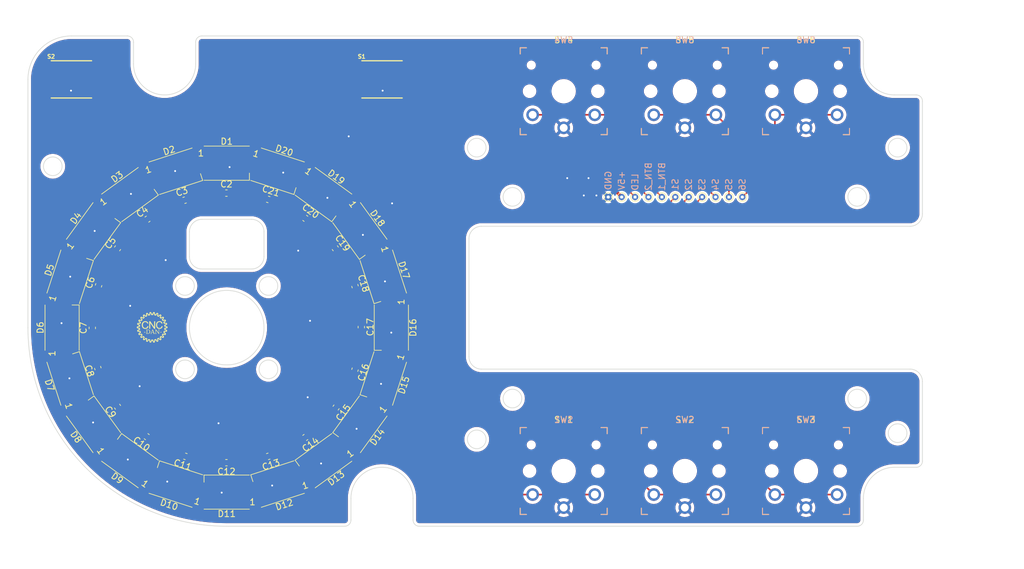
<source format=kicad_pcb>
(kicad_pcb (version 20240108) (generator "pcbnew") (generator_version "8.0")
  (layers (0 "F.Cu" signal) (31 "B.Cu" signal) (34 "B.Paste" user) (35 "F.Paste" user) (36 "B.SilkS" user "B.Silkscreen") (37 "F.SilkS" user "F.Silkscreen") (38 "B.Mask" user) (39 "F.Mask" user) (44 "Edge.Cuts" user))
  (net 0 "")
  (net 1 "+5V")
  (net 2 "GND")
  (net 3 "Net-(D1-DOUT)")
  (net 4 "Net-(D2-DOUT)")
  (net 5 "Net-(D3-DOUT)")
  (net 6 "Net-(D4-DOUT)")
  (net 7 "Net-(D10-DIN)")
  (net 8 "Net-(D10-DOUT)")
  (net 9 "Net-(D11-DOUT)")
  (net 10 "Net-(D12-DOUT)")
  (net 11 "Net-(D13-DOUT)")
  (net 12 "Net-(D14-DOUT)")
  (net 13 "Net-(D15-DOUT)")
  (net 14 "Net-(D5-DOUT)")
  (net 15 "Net-(D6-DOUT)")
  (net 16 "Net-(D7-DOUT)")
  (net 17 "Net-(D8-DOUT)")
  (net 18 "Net-(D16-DOUT)")
  (net 19 "Net-(D17-DOUT)")
  (net 20 "Net-(D18-DOUT)")
  (net 21 "Net-(D19-DOUT)")
  (net 23 "/Switch 1")
  (net 24 "/Switch 2")
  (net 25 "/Switch 3")
  (net 26 "/Switch 4")
  (net 27 "/Switch 5")
  (net 28 "/Switch 6")
  (net 29 "/LED_IN")
  (net 30 "/Button 1")
  (net 31 "/Button 2")
  (footprint "Capacitor_SMD:C_0603_1608Metric" (layer "F.Cu") (at 116.713 86.741 36)
    (property "Reference" "C4")
    (property "Value" "0.1uF")
  )
  (footprint "TestPoint:TestPoint_THTPad_D1.0mm_Drill0.5mm" (layer "F.Cu") (at 195.199 83.185)
    (property "Reference" "TP10" (hide yes))
    (property "Value" "LED")
  )
  (footprint "Capacitor_SMD:C_0603_1608Metric" (layer "F.Cu") (at 111.887 91.44 54)
    (property "Reference" "C5")
    (property "Value" "0.1uF")
  )
  (footprint "LED_SMD:LED_WS2812B_PLCC4_5.0x5.0mm_P3.2mm" (layer "F.Cu") (at 108.022584 119.802775 126)
    (property "Reference" "D8")
    (property "Value" "WS2812B")
  )
  (footprint "LED_SMD:LED_WS2812B_PLCC4_5.0x5.0mm_P3.2mm" (layer "F.Cu") (at 108.022584 88.650157 54)
    (property "Reference" "D4")
    (property "Value" "WS2812B")
  )
  (footprint "Parts:SW_EVQ-Q2B02W" (layer "F.Cu") (at 154.461534 64.226466)
    (property "Reference" "S1")
    (property "Value" "EVQ-Q2B03W")
  )
  (footprint "Capacitor_SMD:C_0603_1608Metric" (layer "F.Cu") (at 146.939 91.44 -54)
    (property "Reference" "C19")
    (property "Value" "0.1uF")
  )
  (footprint "LED_SMD:LED_WS2812B_PLCC4_5.0x5.0mm_P3.2mm" (layer "F.Cu") (at 145.037843 125.665416 -144)
    (property "Reference" "D13")
    (property "Value" "WS2812B")
  )
  (footprint "TestPoint:TestPoint_THTPad_D1.0mm_Drill0.5mm" (layer "F.Cu") (at 203.835 83.185)
    (property "Reference" "TP6" (hide yes))
    (property "Value" "S2")
  )
  (footprint "TestPoint:TestPoint_THTPad_D1.0mm_Drill0.5mm" (layer "F.Cu") (at 210.312 83.185)
    (property "Reference" "TP3" (hide yes))
    (property "Value" "S5")
  )
  (footprint "LED_SMD:LED_WS2812B_PLCC4_5.0x5.0mm_P3.2mm" (layer "F.Cu") (at 113.885225 125.665416 144)
    (property "Reference" "D9")
    (property "Value" "WS2812B")
  )
  (footprint "LED_SMD:LED_WS2812B_PLCC4_5.0x5.0mm_P3.2mm" (layer "F.Cu") (at 104.258536 112.415416 108)
    (property "Reference" "D7")
    (property "Value" "WS2812B")
  )
  (footprint "Capacitor_SMD:C_0603_1608Metric" (layer "F.Cu") (at 108.839 97.409 72)
    (property "Reference" "C6")
    (property "Value" "0.1uF")
  )
  (footprint "keyswitches.pretty-master:SW_PG1350_reversible" (layer "F.Cu") (at 183.711534 127.321466)
    (property "Reference" "SW1")
    (property "Value" "SW_Push")
  )
  (footprint "Capacitor_SMD:C_0603_1608Metric" (layer "F.Cu") (at 142.113 86.614 -36)
    (property "Reference" "C20")
    (property "Value" "0.1uF")
  )
  (footprint "TestPoint:TestPoint_THTPad_D1.0mm_Drill0.5mm" (layer "F.Cu") (at 205.994 83.185)
    (property "Reference" "TP5" (hide yes))
    (property "Value" "S3")
  )
  (footprint "Capacitor_SMD:C_0603_1608Metric" (layer "F.Cu") (at 108.712 110.744 108)
    (property "Reference" "C8")
    (property "Value" "0.1uF")
  )
  (footprint "TestPoint:TestPoint_THTPad_D1.0mm_Drill0.5mm" (layer "F.Cu") (at 212.471 83.185)
    (property "Reference" "TP2" (hide yes))
    (property "Value" "S6")
  )
  (footprint "Capacitor_SMD:C_0603_1608Metric" (layer "F.Cu") (at 122.809 124.968 162)
    (property "Reference" "C11")
    (property "Value" "0.1uF")
  )
  (footprint "TestPoint:TestPoint_THTPad_D1.0mm_Drill0.5mm" (layer "F.Cu") (at 201.676 83.185)
    (property "Reference" "TP7" (hide yes))
    (property "Value" "S1")
  )
  (footprint "LED_SMD:LED_WS2812B_PLCC4_5.0x5.0mm_P3.2mm" (layer "F.Cu") (at 129.461534 130.726466 180)
    (property "Reference" "D11")
    (property "Value" "WS2812B")
  )
  (footprint "Capacitor_SMD:C_0603_1608Metric" (layer "F.Cu") (at 150.114 97.536 -72)
    (property "Reference" "C18")
    (property "Value" "0.1uF")
  )
  (footprint "Capacitor_SMD:C_0603_1608Metric" (layer "F.Cu") (at 107.823 104.267 90)
    (property "Reference" "C7")
    (property "Value" "0.1uF")
  )
  (footprint "keyswitches.pretty-master:SW_PG1350_reversible" (layer "F.Cu") (at 203.211534 127.321466)
    (property "Reference" "SW2")
    (property "Value" "SW_Push")
  )
  (footprint "keyswitches.pretty-master:SW_PG1350_reversible" (layer "F.Cu") (at 222.711534 66.131466)
    (property "Reference" "SW6")
    (property "Value" "SW_Push")
  )
  (footprint "LED_SMD:LED_WS2812B_PLCC4_5.0x5.0mm_P3.2mm" (layer "F.Cu") (at 137.650484 79.023468 -18)
    (property "Reference" "D20")
    (property "Value" "WS2812B")
  )
  (footprint "keyswitches.pretty-master:SW_PG1350_reversible" (layer "F.Cu") (at 222.711534 127.321466)
    (property "Reference" "SW3")
    (property "Value" "SW_Push")
  )
  (footprint "LED_SMD:LED_WS2812B_PLCC4_5.0x5.0mm_P3.2mm" (layer "F.Cu") (at 150.900484 88.650157 -54)
    (property "Reference" "D18")
    (property "Value" "WS2812B")
  )
  (footprint "LED_SMD:LED_WS2812B_PLCC4_5.0x5.0mm_P3.2mm" (layer "F.Cu") (at 102.961534 104.226466 90)
    (property "Reference" "D6")
    (property "Value" "WS2812B")
  )
  (footprint "keyswitches.pretty-master:SW_PG1350_reversible" (layer "F.Cu") (at 203.211534 66.131466)
    (property "Reference" "SW5")
    (property "Value" "SW_Push")
  )
  (footprint "Capacitor_SMD:C_0603_1608Metric" (layer "F.Cu") (at 151.13 104.14 -90)
    (property "Reference" "C17")
    (property "Value" "0.1uF")
  )
  (footprint "Capacitor_SMD:C_0603_1608Metric" (layer "F.Cu") (at 122.682 83.693 18)
    (property "Reference" "C3")
    (property "Value" "0.1uF")
  )
  (footprint "Capacitor_SMD:C_0603_1608Metric" (layer "F.Cu") (at 147.066 117.094 -126)
    (property "Reference" "C15")
    (property "Value" "0.1uF")
  )
  (footprint "Capacitor_SMD:C_0603_1608Metric" (layer "F.Cu") (at 136.144 83.566 -18)
    (property "Reference" "C21")
    (property "Value" "0.1uF")
  )
  (footprint "TestPoint:TestPoint_THTPad_D1.0mm_Drill0.5mm" (layer "F.Cu") (at 190.881 83.185)
    (property "Reference" "TP1" (hide yes))
    (property "Value" "GND")
  )
  (footprint "Capacitor_SMD:C_0603_1608Metric" (layer "F.Cu") (at 129.413 82.55)
    (property "Reference" "C2")
    (property "Value" "0.1uF")
  )
  (footprint "TestPoint:TestPoint_THTPad_D1.0mm_Drill0.5mm" (layer "F.Cu") (at 208.153 83.185)
    (property "Reference" "TP4" (hide yes))
    (property "Value" "S4")
  )
  (footprint "LED_SMD:LED_WS2812B_PLCC4_5.0x5.0mm_P3.2mm" (layer "F.Cu") (at 121.272584 79.023468 18)
    (property "Reference" "D2")
    (property "Value" "WS2812B")
  )
  (footprint "Capacitor_SMD:C_0603_1608Metric" (layer "F.Cu") (at 129.413 125.984 180)
    (property "Reference" "C12")
    (property "Value" "0.1uF")
  )
  (footprint "Capacitor_SMD:C_0603_1608Metric" (layer "F.Cu") (at 116.586 121.793 144)
    (property "Reference" "C10")
    (property "Value" "0.1uF")
  )
  (footprint "LED_SMD:LED_WS2812B_PLCC4_5.0x5.0mm_P3.2mm" (layer "F.Cu") (at 155.961534 104.226466 -90)
    (property "Reference" "D16")
    (property "Value" "WS2812B")
  )
  (footprint "LED_SMD:LED_WS2812B_PLCC4_5.0x5.0mm_P3.2mm" (layer "F.Cu") (at 104.258536 96.037516 72)
    (property "Reference" "D5")
    (property "Value" "WS2812B")
  )
  (footprint "Capacitor_SMD:C_0603_1608Metric" (layer "F.Cu") (at 150.114 110.998 -108)
    (property "Reference" "C16")
    (property "Value" "0.1uF")
  )
  (footprint "LED_SMD:LED_WS2812B_PLCC4_5.0x5.0mm_P3.2mm" (layer "F.Cu") (at 121.272584 129.429464 162)
    (property "Reference" "D10")
    (property "Value" "WS2812B")
  )
  (footprint "LED_SMD:LED_WS2812B_PLCC4_5.0x5.0mm_P3.2mm" (layer "F.Cu") (at 150.900484 119.802775 -126)
    (property "Reference" "D14")
    (property "Value" "WS2812B")
  )
  (footprint "LED_SMD:LED_WS2812B_PLCC4_5.0x5.0mm_P3.2mm" (layer "F.Cu") (at 137.650484 129.429464 -162)
    (property "Reference" "D12")
    (property "Value" "WS2812B")
  )
  (footprint "Capacitor_SMD:C_0603_1608Metric" (layer "F.Cu") (at 136.144 124.968 -162)
    (property "Reference" "C13")
    (property "Value" "0.1uF")
  )
  (footprint "TestPoint:TestPoint_THTPad_D1.0mm_Drill0.5mm" (layer "F.Cu") (at 199.517 83.185)
    (property "Reference" "TP9" (hide yes))
    (property "Value" "BTN_1")
  )
  (footprint "LED_SMD:LED_WS2812B_PLCC4_5.0x5.0mm_P3.2mm" (layer "F.Cu") (at 154.664532 96.037516 -72)
    (property "Reference" "D17")
    (property "Value" "WS2812B")
  )
  (footprint "TestPoint:TestPoint_THTPad_D1.0mm_Drill0.5mm" (layer "F.Cu") (at 193.04 83.185)
    (property "Reference" "TP11" (hide yes))
    (property "Value" "+5V")
  )
  (footprint "LED_SMD:LED_WS2812B_PLCC4_5.0x5.0mm_P3.2mm" (layer "F.Cu") (at 154.664532 112.415416 -108)
    (property "Reference" "D15")
    (property "Value" "WS2812B")
  )
  (footprint "Capacitor_SMD:C_0603_1608Metric" (layer "F.Cu") (at 142.113 121.92 -144)
    (property "Reference" "C14")
    (property "Value" "0.1uF")
  )
  (footprint "Parts:SW_EVQ-Q2B02W" (layer "F.Cu") (at 104.461534 64.226466)
    (property "Reference" "S2")
    (property "Value" "EVQ-Q2B03W")
  )
  (footprint "LED_SMD:LED_WS2812B_PLCC4_5.0x5.0mm_P3.2mm" (layer "F.Cu") (at 129.461534 77.726466)
    (property "Reference" "D1")
    (property "Value" "WS2812B")
  )
  (footprint "LED_SMD:LED_WS2812B_PLCC4_5.0x5.0mm_P3.2mm" (layer "F.Cu") (at 145.037843 82.787516 -36)
    (property "Reference" "D19")
    (property "Value" "WS2812B")
  )
  (footprint "Capacitor_SMD:C_0603_1608Metric" (layer "F.Cu") (at 111.887 116.967 126)
    (property "Reference" "C9")
    (property "Value" "0.1uF")
  )
  (footprint "LED_SMD:LED_WS2812B_PLCC4_5.0x5.0mm_P3.2mm" (layer "F.Cu") (at 113.885225 82.787516 36)
    (property "Reference" "D3")
    (property "Value" "WS2812B")
  )
  (footprint "TestPoint:TestPoint_THTPad_D1.0mm_Drill0.5mm" (layer "F.Cu") (at 197.358 83.185)
    (property "Reference" "TP8" (hide yes))
    (property "Value" "BTN_2")
  )
  (footprint "keyswitches.pretty-master:SW_PG1350_reversible" (layer "F.Cu") (at 183.711534 66.131466)
    (property "Reference" "SW4")
    (property "Value" "SW_Push")
  )
  (gr_poly (pts (xy 116.989001 103.202879) (xy 116.989001 104.402879) (xy 117.141401 104.402879) (xy 117.141401 103.460916) (xy 117.770388 104.402879) (xy 117.933401 104.402879) (xy 117.933401 103.202879) (xy 117.781001 103.202879) (xy 117.781001 104.144822) (xy 117.152013 103.202879)) (stroke (width 0.01)) (fill solid) (layer "F.SilkS"))
  (gr_poly (pts (xy 118.871678 104.377641) (xy 118.964475 104.320594) (xy 119.042012 104.241818) (xy 119.101834 104.142403) (xy 119.143941 104.022347) (xy 118.985541 103.982222) (xy 118.957091 104.074942) (xy 118.915366 104.151102) (xy 118.860366 104.210701) (xy 118.794183 104.253466) (xy 118.718908 104.279126) (xy 118.634541 104.287679) (xy 118.528793 104.273553) (xy 118.430813 104.231176) (xy 118.349093 104.160237) (xy 118.292128 104.060429) (xy 118.258688 103.936463) (xy 118.247541 103.793054) (xy 118.256951 103.676049) (xy 118.285181 103.562522) (xy 118.336627 103.4621) (xy 118.415681 103.384407) (xy 118.519896 103.334661) (xy 118.646822 103.318079) (xy 118.756861 103.333025) (xy 118.846453 103.377863) (xy 118.91641 103.455458) (xy 118.967541 103.568672) (xy 119.123541 103.53181) (xy 119.083112 103.429368) (xy 119.026149 103.343468) (xy 118.952653 103.27411) (xy 118.864533 103.223204) (xy 118.763695 103.19266) (xy 118.650141 103.182479) (xy 118.49816 103.200587) (xy 118.359469 103.25491) (xy 118.278161 103.310656) (xy 118.210298 103.381318) (xy 118.155881 103.466897) (xy 118.116137 103.565254) (xy 118.09229 103.674247) (xy 118.084341 103.793879) (xy 118.100182 103.960233) (xy 118.147706 104.115535) (xy 118.196399 104.207519) (xy 118.25799 104.283772) (xy 118.332478 104.344294) (xy 118.421458 104.388175) (xy 118.52652 104.414503) (xy 118.647666 104.423279) (xy 118.766075 104.411869)) (stroke (width 0.01)) (fill solid) (layer "F.SilkS"))
  (gr_poly (pts (xy 119.776699 104.805891) (xy 119.805598 104.688051) (xy 119.639775 104.572087) (xy 119.48191 104.512436) (xy 119.504511 104.322488) (xy 119.671336 104.305806) (xy 119.860233 104.233652) (xy 119.860092 104.11232) (xy 119.671336 104.03941) (xy 119.503782 104.019272) (xy 119.480269 103.829435) (xy 119.638254 103.773314) (xy 119.804395 103.65805) (xy 119.775221 103.540278) (xy 119.574501 103.514659) (xy 119.406997 103.535204) (xy 119.338736 103.356511) (xy 119.4787 103.264212) (xy 119.612429 103.112537) (xy 119.555918 103.005169) (xy 119.354899 103.02833) (xy 119.197179 103.088364) (xy 119.088138 102.931199) (xy 119.201946 102.808087) (xy 119.295491 102.628817) (xy 119.214927 102.538093) (xy 119.025293 102.608687) (xy 118.886523 102.704721) (xy 118.743038 102.578219) (xy 118.824076 102.431448) (xy 118.872 102.235) (xy 118.772066 102.166193) (xy 118.604837 102.280118) (xy 118.493082 102.406572) (xy 118.323492 102.318084) (xy 118.367051 102.156184) (xy 118.36657 101.953975) (xy 118.253072 101.911083) (xy 118.117967 102.061719) (xy 118.039721 102.211243) (xy 117.853883 102.165911) (xy 117.857431 101.998292) (xy 117.808572 101.802074) (xy 117.688108 101.78759) (xy 117.592978 101.966181) (xy 117.552789 102.130085) (xy 117.361503 102.130545) (xy 117.324834 101.966947) (xy 117.230437 101.788124) (xy 117.110007 101.80289) (xy 117.06038 101.999058) (xy 117.060585 102.167817) (xy 116.874967 102.214041) (xy 116.800211 102.063973) (xy 116.665762 101.912937) (xy 116.552365 101.956094) (xy 116.551127 102.158438) (xy 116.591712 102.322244) (xy 116.42255 102.411547) (xy 116.314053 102.283729) (xy 116.147366 102.169258) (xy 116.047592 102.238298) (xy 116.094814 102.435059) (xy 116.173421 102.584393) (xy 116.030546 102.711583) (xy 115.894613 102.613445) (xy 115.705375 102.542191) (xy 115.625023 102.633103) (xy 115.71796 102.812845) (xy 115.830022 102.939027) (xy 115.721737 103.096714) (xy 115.566268 103.033958) (xy 115.365476 103.010063) (xy 115.309216 103.117562) (xy 115.442468 103.26984) (xy 115.58147 103.365538) (xy 115.514069 103.544557) (xy 115.348099 103.520831) (xy 115.147423 103.545682) (xy 115.118524 103.663522) (xy 115.284346 103.779485) (xy 115.442211 103.839137) (xy 115.419611 104.029084) (xy 115.252786 104.045767) (xy 115.063888 104.117921) (xy 115.06403 104.239252) (xy 115.252786 104.312162) (xy 115.420339 104.332301) (xy 115.443852 104.522138) (xy 115.285867 104.578259) (xy 115.119726 104.693523) (xy 115.148901 104.811295) (xy 115.34962 104.836914) (xy 115.517124 104.816369) (xy 115.585385 104.995062) (xy 115.445422 105.087361) (xy 115.311693 105.239035) (xy 115.368204 105.346403) (xy 115.569222 105.323243) (xy 115.726942 105.263209) (xy 115.835983 105.420373) (xy 115.722176 105.543486) (xy 115.628631 105.722756) (xy 115.709195 105.81348) (xy 115.898829 105.742886) (xy 116.037599 105.646851) (xy 116.181083 105.773354) (xy 116.100045 105.920125) (xy 116.052121 106.116572) (xy 116.152055 106.18538) (xy 116.319285 106.071455) (xy 116.43104 105.945001) (xy 116.600629 106.033489) (xy 116.557071 106.195389) (xy 116.557552 106.397597) (xy 116.671049 106.44049) (xy 116.806155 106.289854) (xy 116.8844 106.14033) (xy 117.070238 106.185662) (xy 117.06669 106.353281) (xy 117.115549 106.549499) (xy 117.236013 106.563983) (xy 117.331144 106.385392) (xy 117.371332 106.221487) (xy 117.562618 106.221028) (xy 117.599288 106.384625) (xy 117.693685 106.563449) (xy 117.814115 106.548683) (xy 117.863741 106.352515) (xy 117.863537 106.183756) (xy 118.049155 106.137532) (xy 118.12391 106.2876) (xy 118.258359 106.438636) (xy 118.371756 106.395479) (xy 118.372994 106.193135) (xy 118.332409 106.029328) (xy 118.501571 105.940026) (xy 118.610068 106.067844) (xy 118.776756 106.182315) (xy 118.876529 106.113274) (xy 118.829307 105.916514) (xy 118.7507 105.76718) (xy 118.893575 105.639989) (xy 119.029508 105.738128) (xy 119.218747 105.809382) (xy 119.299098 105.71847) (xy 119.206161 105.538728) (xy 119.0941 105.412545) (xy 119.202385 105.254858) (xy 119.357854 105.317614) (xy 119.558646 105.34151) (xy 119.614906 105.23401) (xy 119.481654 105.081733) (xy 119.342651 104.986035) (xy 119.410053 104.807016) (xy 119.576023 104.830742)) (stroke (width 0.15)) (fill none) (layer "F.SilkS"))
  (gr_poly (pts (xy 115.956798 103.793054) (xy 115.966208 103.676049) (xy 115.994439 103.562522) (xy 116.045884 103.4621) (xy 116.124939 103.384407) (xy 116.229154 103.334661) (xy 116.356079 103.318079) (xy 116.466118 103.333025) (xy 116.555711 103.377863) (xy 116.625667 103.455458) (xy 116.676798 103.568672) (xy 116.832798 103.53181) (xy 116.792369 103.429368) (xy 116.735406 103.343468) (xy 116.661911 103.27411) (xy 116.57379 103.223204) (xy 116.472952 103.19266) (xy 116.359398 103.182479) (xy 116.207418 103.200587) (xy 116.068726 103.25491) (xy 115.987418 103.310656) (xy 115.919555 103.381318) (xy 115.865139 103.466897) (xy 115.825394 103.565254) (xy 115.801547 103.674247) (xy 115.793598 103.793879) (xy 115.809439 103.960233) (xy 115.856964 104.115535) (xy 115.905656 104.207519) (xy 115.967247 104.283772) (xy 116.041736 104.344294) (xy 116.130715 104.388175) (xy 116.235777 104.414503) (xy 116.356923 104.423279) (xy 116.475332 104.411869) (xy 116.580936 104.377641) (xy 116.673732 104.320594) (xy 116.751269 104.241818) (xy 116.811091 104.142403) (xy 116.853198 104.022347) (xy 116.694798 103.982222) (xy 116.666348 104.074942) (xy 116.624623 104.151102) (xy 116.569623 104.210701) (xy 116.50344 104.253466) (xy 116.428165 104.279126) (xy 116.343798 104.287679) (xy 116.23805 104.273553) (xy 116.14007 104.231176) (xy 116.05835 104.160237) (xy 116.001386 104.060429) (xy 115.967945 103.936463)) (stroke (width 0.01)) (fill solid) (layer "F.SilkS"))
  (gr_line (start 149.461534 135.226466) (end 149.461534 131.726466) (stroke (width 0.1)) (layer "Edge.Cuts"))
  (gr_line (start 97.461534 64.226466) (end 97.461534 104.226466) (stroke (width 0.1)) (layer "Edge.Cuts"))
  (gr_line (start 123.461534 92.776466) (end 123.461534 88.776466) (stroke (width 0.1)) (layer "Edge.Cuts"))
  (gr_circle (center 136.179048 110.94398) (end 137.679048 110.94398) (stroke (width 0.1)) (fill none) (layer "Edge.Cuts"))
  (gr_line (start 114.461534 61.726466) (end 114.461534 58.226466) (stroke (width 0.1)) (layer "Edge.Cuts"))
  (gr_line (start 160.461534 136.226466) (end 230.961534 136.226466) (stroke (width 0.1)) (layer "Edge.Cuts"))
  (gr_line (start 230.961534 57.226466) (end 125.461534 57.226466) (stroke (width 0.1)) (layer "Edge.Cuts"))
  (gr_circle (center 122.74402 110.94398) (end 124.24402 110.94398) (stroke (width 0.1)) (fill none) (layer "Edge.Cuts"))
  (gr_line (start 113.461534 57.226466) (end 104.461534 57.226466) (stroke (width 0.1)) (layer "Edge.Cuts"))
  (gr_arc (start 160.461534 136.226466) (mid 159.754427 135.933573) (end 159.461534 135.226466) (stroke (width 0.1)) (layer "Edge.Cuts"))
  (gr_arc (start 241.461534 125.726466) (mid 241.168641 126.433573) (end 240.461534 126.726466) (stroke (width 0.1)) (layer "Edge.Cuts"))
  (gr_arc (start 149.461534 135.226466) (mid 149.168641 135.933573) (end 148.461534 136.226466) (stroke (width 0.1)) (layer "Edge.Cuts"))
  (gr_line (start 231.961534 135.226466) (end 231.961534 131.726466) (stroke (width 0.1)) (layer "Edge.Cuts"))
  (gr_line (start 170.461534 87.896466) (end 239.461534 87.896466) (stroke (width 0.1)) (layer "Edge.Cuts"))
  (gr_line (start 240.461534 66.726466) (end 236.961534 66.726466) (stroke (width 0.1)) (layer "Edge.Cuts"))
  (gr_circle (center 122.74402 97.508952) (end 124.24402 97.508952) (stroke (width 0.1)) (fill none) (layer "Edge.Cuts"))
  (gr_line (start 124.461534 58.226466) (end 124.461534 61.726466) (stroke (width 0.1)) (layer "Edge.Cuts"))
  (gr_arc (start 124.461534 61.726466) (mid 119.461534 66.726466) (end 114.461534 61.726466) (stroke (width 0.1)) (layer "Edge.Cuts"))
  (gr_arc (start 133.461534 86.776466) (mid 134.875748 87.362252) (end 135.461534 88.776466) (stroke (width 0.1)) (layer "Edge.Cuts"))
  (gr_circle (center 230.961535 115.651472) (end 232.461535 115.651472) (stroke (width 0.1)) (fill none) (layer "Edge.Cuts"))
  (gr_circle (center 129.461534 104.226466) (end 129.471534 104.226466) (stroke (width 0.0001)) (fill solid) (layer "Edge.Cuts"))
  (gr_arc (start 129.461534 136.226466) (mid 106.834117 126.853883) (end 97.461534 104.226466) (stroke (width 0.1)) (layer "Edge.Cuts"))
  (gr_circle (center 169.711534 122.226466) (end 171.211534 122.226466) (stroke (width 0.1)) (fill none) (layer "Edge.Cuts"))
  (gr_line (start 135.461534 88.776466) (end 135.461534 92.776466) (stroke (width 0.1)) (layer "Edge.Cuts"))
  (gr_arc (start 135.461534 92.776466) (mid 134.875748 94.19068) (end 133.461534 94.776466) (stroke (width 0.1)) (layer "Edge.Cuts"))
  (gr_circle (center 101.461534 78.226466) (end 102.961534 78.226466) (stroke (width 0.1)) (fill none) (layer "Edge.Cuts"))
  (gr_arc (start 123.461534 88.776466) (mid 124.04732 87.362252) (end 125.461534 86.776466) (stroke (width 0.1)) (layer "Edge.Cuts"))
  (gr_line (start 241.461534 85.896466) (end 241.461534 67.726466) (stroke (width 0.1)) (layer "Edge.Cuts"))
  (gr_line (start 239.461534 110.906466) (end 170.461534 110.906466) (stroke (width 0.1)) (layer "Edge.Cuts"))
  (gr_circle (center 175.461535 83.151473) (end 176.961535 83.151473) (stroke (width 0.1)) (fill none) (layer "Edge.Cuts"))
  (gr_circle (center 237.461534 75.226466) (end 238.961534 75.226466) (stroke (width 0.1)) (fill none) (layer "Edge.Cuts"))
  (gr_line (start 125.461534 86.776466) (end 133.461534 86.776466) (stroke (width 0.1)) (layer "Edge.Cuts"))
  (gr_line (start 133.461534 94.776466) (end 125.461534 94.776466) (stroke (width 0.1)) (layer "Edge.Cuts"))
  (gr_arc (start 231.961534 135.226466) (mid 231.668641 135.933573) (end 230.961534 136.226466) (stroke (width 0.1)) (layer "Edge.Cuts"))
  (gr_line (start 231.961534 61.726466) (end 231.961534 58.226466) (stroke (width 0.1)) (layer "Edge.Cuts"))
  (gr_line (start 236.961534 126.726466) (end 240.461534 126.726466) (stroke (width 0.1)) (layer "Edge.Cuts"))
  (gr_line (start 129.461534 136.226466) (end 148.461534 136.226466) (stroke (width 0.1)) (layer "Edge.Cuts"))
  (gr_circle (center 237.461534 121.226466) (end 238.961534 121.226466) (stroke (width 0.1)) (fill none) (layer "Edge.Cuts"))
  (gr_arc (start 236.961534 66.726466) (mid 233.426 65.262) (end 231.961534 61.726466) (stroke (width 0.1)) (layer "Edge.Cuts"))
  (gr_arc (start 241.461534 85.896466) (mid 240.875748 87.31068) (end 239.461534 87.896466) (stroke (width 0.1)) (layer "Edge.Cuts"))
  (gr_arc (start 125.461534 94.776466) (mid 124.04732 94.19068) (end 123.461534 92.776466) (stroke (width 0.1)) (layer "Edge.Cuts"))
  (gr_circle (center 129.461534 104.226466) (end 135.461534 104.226466) (stroke (width 0.1)) (fill none) (layer "Edge.Cuts"))
  (gr_circle (center 136.179048 97.508952) (end 137.679048 97.508952) (stroke (width 0.1)) (fill none) (layer "Edge.Cuts"))
  (gr_arc (start 231.961534 131.726466) (mid 233.426 128.190932) (end 236.961534 126.726466) (stroke (width 0.1)) (layer "Edge.Cuts"))
  (gr_arc (start 230.961534 57.226466) (mid 231.668641 57.519359) (end 231.961534 58.226466) (stroke (width 0.1)) (layer "Edge.Cuts"))
  (gr_arc (start 97.461534 64.226466) (mid 99.511787 59.276719) (end 104.461534 57.226466) (stroke (width 0.1)) (layer "Edge.Cuts"))
  (gr_arc (start 239.461534 110.906466) (mid 240.875748 111.492252) (end 241.461534 112.906466) (stroke (width 0.1)) (layer "Edge.Cuts"))
  (gr_arc (start 149.461534 131.726466) (mid 154.461534 126.726466) (end 159.461534 131.726466) (stroke (width 0.1)) (layer "Edge.Cuts"))
  (gr_line (start 168.461534 108.906466) (end 168.461534 89.896466) (stroke (width 0.1)) (layer "Edge.Cuts"))
  (gr_line (start 241.461534 125.726466) (end 241.461534 112.906466) (stroke (width 0.1)) (layer "Edge.Cuts"))
  (gr_circle (center 169.711534 75.226466) (end 171.211534 75.226466) (stroke (width 0.1)) (fill none) (layer "Edge.Cuts"))
  (gr_circle (center 175.461535 115.651472) (end 176.961535 115.651472) (stroke (width 0.1)) (fill none) (layer "Edge.Cuts"))
  (gr_line (start 159.461534 131.726466) (end 159.461534 135.226466) (stroke (width 0.1)) (layer "Edge.Cuts"))
  (gr_arc (start 170.461534 110.906466) (mid 169.04732 110.32068) (end 168.461534 108.906466) (stroke (width 0.1)) (layer "Edge.Cuts"))
  (gr_arc (start 168.461534 89.896466) (mid 169.04732 88.482252) (end 170.461534 87.896466) (stroke (width 0.1)) (layer "Edge.Cuts"))
  (gr_arc (start 124.461534 58.226466) (mid 124.754427 57.519359) (end 125.461534 57.226466) (stroke (width 0.1)) (layer "Edge.Cuts"))
  (gr_arc (start 113.461534 57.226466) (mid 114.168641 57.519359) (end 114.461534 58.226466) (stroke (width 0.1)) (layer "Edge.Cuts"))
  (gr_arc (start 240.461534 66.726466) (mid 241.168641 67.019359) (end 241.461534 67.726466) (stroke (width 0.1)) (layer "Edge.Cuts"))
  (gr_circle (center 230.961535 83.151473) (end 232.461535 83.151473) (stroke (width 0.1)) (fill none) (layer "Edge.Cuts"))
  (gr_text "-DAN-" (at 116.109156 105.340504 0) (layer "F.SilkS") (effects (font (size 0.68 0.68)) (justify left bottom)))
  (segment (start 146.835742 125.56022) (end 147.98978 125.56022) (width 0.254) (layer "F.Cu") (net 1))
  (segment (start 150.795288 85.69822) (end 150.795288 84.261681) (width 0.508) (layer "F.Cu") (net 1))
  (segment (start 112.342534 117.593988) (end 108.12778 121.808742) (width 0.254) (layer "F.Cu") (net 1))
  (segment (start 132.404605 132.869537) (end 137.86253 132.869537) (width 0.508) (layer "F.Cu") (net 1))
  (segment (start 158.515534 102.680466) (end 157.611534 101.776466) (width 0.508) (layer "F.Cu") (net 1))
  (segment (start 141.184657 77.171624) (end 141.141375 77.171624) (width 0.508) (layer "F.Cu") (net 1))
  (segment (start 118.212902 131.755799) (end 123.092794 131.755799) (width 0.508) (layer "F.Cu") (net 1))
  (segment (start 158.104605 95.82547) (end 155.476684 93.197549) (width 0.508) (layer "F.Cu") (net 1))
  (segment (start 107.823 105.042) (end 102.946 105.042) (width 0.254) (layer "F.Cu") (net 1))
  (segment (start 123.546069 125.207488) (end 122.933201 125.820356) (width 0.254) (layer "F.Cu") (net 1))
  (segment (start 149.874512 96.798931) (end 151.875302 96.798931) (width 0.254) (layer "F.Cu") (net 1))
  (segment (start 155.455683 116.967) (end 156.990867 115.431816) (width 0.508) (layer "F.Cu") (net 1))
  (segment (start 150.795288 87.059491) (end 150.795288 85.69822) (width 0.254) (layer "F.Cu") (net 1))
  (segment (start 122.933201 131.596206) (end 123.092794 131.755799) (width 0.254) (layer "F.Cu") (net 1))
  (segment (start 188.468 78.613) (end 181.991 78.613) (width 0.508) (layer "F.Cu") (net 1))
  (segment (start 151.875302 96.798931) (end 155.476684 93.197549) (width 0.254) (layer "F.Cu") (net 1))
  (segment (start 147.521534 116.467012) (end 149.845051 118.790529) (width 0.254) (layer "F.Cu") (net 1))
  (segment (start 111.812828 82.892712) (end 116.086012 87.165896) (width 0.254) (layer "F.Cu") (net 1))
  (segment (start 135.406931 83.326512) (end 136.425478 82.307965) (width 0.254) (layer "F.Cu") (net 1))
  (segment (start 153.675436 118.790529) (end 155.448 117.017965) (width 0.508) (layer "F.Cu") (net 1))
  (segment (start 108.12778 121.808742) (end 108.12778 122.754712) (width 0.254) (layer "F.Cu") (net 1))
  (segment (start 102.946 105.042) (end 101.311534 106.676466) (width 0.254) (layer "F.Cu") (net 1))
  (segment (start 108.599512 98.146069) (end 108.151576 97.698133) (width 0.254) (layer "F.Cu") (net 1))
  (segment (start 151.13 103.365) (end 156.023 103.365) (width 0.254) (layer "F.Cu") (net 1))
  (segment (start 135.830274 76.697133) (end 135.473152 77.054255) (width 0.508) (layer "F.Cu") (net 1))
  (segment (start 130.188 130.652932) (end 131.911534 132.376466) (width 0.254) (layer "F.Cu") (net 1))
  (segment (start 131.007534 133.280466) (end 131.911534 132.376466) (width 0.508) (layer "F.Cu") (net 1))
  (segment (start 124.617461 133.280466) (end 131.007534 133.280466) (width 0.508) (layer "F.Cu") (net 1))
  (segment (start 100.818463 112.627462) (end 103.446384 115.255383) (width 0.508) (layer "F.Cu") (net 1))
  (segment (start 118.432617 78.211316) (end 115.058453 78.211316) (width 0.508) (layer "F.Cu") (net 1))
  (segment (start 101.932201 97.857726) (end 100.407534 99.382393) (width 0.508) (layer "F.Cu") (net 1))
  (segment (start 127.989323 77.054255) (end 127.011534 76.076466) (width 0.508) (layer "F.Cu") (net 1))
  (segment (start 107.220698 111.481069) (end 103.446384 115.255383) (width 0.254) (layer "F.Cu") (net 1))
  (segment (start 142.739988 121.464466) (end 146.835742 125.56022) (width 0.254) (layer "F.Cu") (net 1))
  (segment (start 136.425478 82.307965) (end 136.425478 77.292337) (width 0.254) (layer "F.Cu") (net 1))
  (segment (start 150.353488 110.260931) (end 150.847356 110.754799) (width 0.254) (layer "F.Cu") (net 1))
  (segment (start 103.446384 118.629547) (end 107.571549 122.754712) (width 0.508) (layer "F.Cu") (net 1))
  (segment (start 128.638 77.702932) (end 128.638 82.55) (width 0.254) (layer "F.Cu") (net 1))
  (segment (start 158.515534 109.070539) (end 158.515534 102.680466) (width 0.508) (layer "F.Cu") (net 1))
  (segment (start 127.011534 76.076466) (end 126.495466 76.076466) (width 0.508) (layer "F.Cu") (net 1))
  (segment (start 157.611534 101.776466) (end 157.611534 101.477534) (width 0.508) (layer "F.Cu") (net 1))
  (segment (start 193.04 83.185) (end 188.468 78.613) (width 0.508) (layer "F.Cu") (net 1))
  (segment (start 136.881069 124.728512) (end 136.881069 126.632234) (width 0.254) (layer "F.Cu") (net 1))
  (segment (start 144.025597 80.012564) (end 141.184657 77.171624) (width 0.508) (layer "F.Cu") (net 1))
  (segment (start 118.432617 78.211316) (end 121.944931 81.72363) (width 0.254) (layer "F.Cu") (net 1))
  (segment (start 155.448 117.017965) (end 155.448 116.967) (width 0.508) (layer "F.Cu") (net 1))
  (segment (start 151.147792 85.69822) (end 150.795288 85.69822) (width 0.508) (layer "F.Cu") (net 1))
  (segment (start 105.247632 87.141829) (end 105.247632 89.662403) (width 0.508) (layer "F.Cu") (net 1))
  (segment (start 149.845051 118.790529) (end 153.675436 118.790529) (width 0.254) (layer "F.Cu") (net 1))
  (segment (start 156.831274 110.754799) (end 156.990867 110.595206) (width 0.254) (layer "F.Cu") (net 1))
  (segment (start 144.025597 83.618881) (end 144.025597 80.012564) (width 0.254) (layer "F.Cu") (net 1))
  (segment (start 156.990867 110.595206) (end 158.515534 109.070539) (width 0.508) (layer "F.Cu") (net 1))
  (segment (start 100.407534 99.382393) (end 100.407534 105.772466) (width 0.508) (layer "F.Cu") (net 1))
  (segment (start 155.476684 93.197549) (end 155.476684 90.027112) (width 0.508) (layer "F.Cu") (net 1))
  (segment (start 156.990867 115.431816) (end 156.990867 110.595206) (width 0.508) (layer "F.Cu") (net 1))
  (segment (start 114.897471 128.440368) (end 118.212902 131.755799) (width 0.508) (layer "F.Cu") (net 1))
  (segment (start 155.448 116.967) (end 155.455683 116.967) (width 0.508) (layer "F.Cu") (net 1))
  (segment (start 147.98978 125.56022) (end 149.426319 125.56022) (width 0.508) (layer "F.Cu") (net 1))
  (segment (start 156.023 103.365) (end 157.611534 101.776466) (width 0.254) (layer "F.Cu") (net 1))
  (segment (start 157.611534 101.477534) (end 158.104605 100.984463) (width 0.508) (layer "F.Cu") (net 1))
  (segment (start 141.486012 86.158466) (end 144.025597 83.618881) (width 0.254) (layer "F.Cu") (net 1))
  (segment (start 116.086012 87.165896) (end 116.086012 87.196534) (width 0.254) (layer "F.Cu") (net 1))
  (segment (start 126.002395 75.583395) (end 121.060538 75.583395) (width 0.508) (layer "F.Cu") (net 1))
  (segment (start 174.371 70.993) (end 163.449 70.993) (width 0.508) (layer "F.Cu") (net 1))
  (segment (start 137.86253 132.869537) (end 140.490451 130.241616) (width 0.508) (layer "F.Cu") (net 1))
  (segment (start 181.991 78.613) (end 174.371 70.993) (width 0.508) (layer "F.Cu") (net 1))
  (segment (start 107.571549 122.754712) (end 108.12778 122.754712) (width 0.508) (layer "F.Cu") (net 1))
  (segment (start 136.881069 126.632234) (end 140.490451 130.241616) (width 0.254) (layer "F.Cu") (net 1))
  (segment (start 149.426319 125.56022) (end 153.675436 121.311103) (width 0.508) (layer "F.Cu") (net 1))
  (segment (start 112.376897 128.440368) (end 114.897471 128.440368) (width 0.508) (layer "F.Cu") (net 1))
  (segment (start 123.092794 131.755799) (end 124.617461 133.280466) (width 0.508) (layer "F.Cu") (net 1))
  (segment (start 122.933201 125.820356) (end 122.933201 131.596206) (width 0.254) (layer "F.Cu") (net 1))
  (segment (start 140.490451 130.241616) (end 143.660888 130.241616) (width 0.508) (layer "F.Cu") (net 1))
  (segment (start 109.026881 89.662403) (end 105.247632 89.662403) (width 0.254) (layer "F.Cu") (net 1))
  (segment (start 117.212988 122.248534) (end 114.897471 124.564051) (width 0.254) (layer "F.Cu") (net 1))
  (segment (start 150.795288 84.261681) (end 146.546171 80.012564) (width 0.508) (layer "F.Cu") (net 1))
  (segment (start 121.944931 81.72363) (end 121.944931 83.932488) (width 0.254) (layer "F.Cu") (net 1))
  (segment (start 135.473152 77.054255) (end 127.989323 77.054255) (width 0.508) (layer "F.Cu") (net 1))
  (segment (start 126.495466 76.076466) (end 126.002395 75.583395) (width 0.508) (layer "F.Cu") (net 1))
  (segment (start 102.091794 97.698133) (end 101.932201 97.857726) (width 0.254) (layer "F.Cu") (net 1))
  (segment (start 101.932201 92.977834) (end 101.932201 97.857726) (width 0.508) (layer "F.Cu") (net 1))
  (segment (start 155.476684 90.027112) (end 151.147792 85.69822) (width 0.508) (layer "F.Cu") (net 1))
  (segment (start 150.795288 85.345716) (end 155.476684 90.027112) (width 0.508) (layer "F.Cu") (net 1))
  (segment (start 110.933288 82.892712) (end 111.812828 82.892712) (width 0.254) (layer "F.Cu") (net 1))
  (segment (start 108.151576 97.698133) (end 102.091794 97.698133) (width 0.254) (layer "F.Cu") (net 1))
  (segment (start 136.425478 77.292337) (end 135.830274 76.697133) (width 0.254) (layer "F.Cu") (net 1))
  (segment (start 141.141375 77.171624) (end 140.666884 76.697133) (width 0.508) (layer "F.Cu") (net 1))
  (segment (start 146.546171 80.012564) (end 144.025597 80.012564) (width 0.508) (layer "F.Cu") (net 1))
  (segment (start 127.011534 76.076466) (end 128.638 77.702932) (width 0.254) (layer "F.Cu") (net 1))
  (segment (start 150.847356 110.754799) (end 156.831274 110.754799) (width 0.254) (layer "F.Cu") (net 1))
  (segment (start 101.311534 106.676466) (end 100.818463 107.169537) (width 0.508) (layer "F.Cu") (net 1))
  (segment (start 109.496749 82.892712) (end 105.247632 87.141829) (width 0.508) (layer "F.Cu") (net 1))
  (segment (start 108.12778 122.754712) (end 108.12778 124.191251) (width 0.508) (layer "F.Cu") (net 1))
  (segment (start 153.675436 121.311103) (end 153.675436 118.790529) (width 0.508) (layer "F.Cu") (net 1))
  (segment (start 115.058453 78.211316) (end 110.933288 82.336481) (width 0.508) (layer "F.Cu") (net 1))
  (segment (start 121.060538 75.583395) (end 118.432617 78.211316) (width 0.508) (layer "F.Cu") (net 1))
  (segment (start 131.911534 132.376466) (end 132.404605 132.869537) (width 0.508) (layer "F.Cu") (net 1))
  (segment (start 100.407534 105.772466) (end 101.311534 106.676466) (width 0.508) (layer "F.Cu") (net 1))
  (segment (start 147.98978 125.912724) (end 147.98978 125.56022) (width 0.508) (layer "F.Cu") (net 1))
  (segment (start 100.818463 107.169537) (end 100.818463 112.627462) (width 0.508) (layer "F.Cu") (net 1))
  (segment (start 163.449 70.993) (end 150.795288 83.646712) (width 0.508) (layer "F.Cu") (net 1))
  (segment (start 140.666884 76.697133) (end 135.830274 76.697133) (width 0.508) (layer "F.Cu") (net 1))
  (segment (start 158.104605 100.984463) (end 158.104605 95.82547) (width 0.508) (layer "F.Cu") (net 1))
  (segment (start 110.933288 82.336481) (end 110.933288 82.892712) (width 0.508) (layer "F.Cu") (net 1))
  (segment (start 103.446384 115.255383) (end 103.446384 118.629547) (width 0.508) (layer "F.Cu") (net 1))
  (segment (start 108.951488 111.481069) (end 107.220698 111.481069) (width 0.254) (layer "F.Cu") (net 1))
  (segment (start 146.483466 90.813012) (end 147.041767 90.813012) (width 0.254) (layer "F.Cu") (net 1))
  (segment (start 150.795288 83.646712) (end 150.795288 85.345716) (width 0.508) (layer "F.Cu") (net 1))
  (segment (start 108.12778 124.191251) (end 112.376897 128.440368) (width 0.508) (layer "F.Cu") (net 1))
  (segment (start 114.897471 124.564051) (end 114.897471 128.440368) (width 0.254) (layer "F.Cu") (net 1))
  (segment (start 143.660888 130.241616) (end 147.98978 125.912724) (width 0.508) (layer "F.Cu") (net 1))
  (segment (start 105.247632 89.662403) (end 101.932201 92.977834) (width 0.508) (layer "F.Cu") (net 1))
  (segment (start 111.431466 92.066988) (end 109.026881 89.662403) (width 0.254) (layer "F.Cu") (net 1))
  (segment (start 130.188 125.984) (end 130.188 130.652932) (width 0.254) (layer "F.Cu") (net 1))
  (segment (start 110.933288 82.892712) (end 109.496749 82.892712) (width 0.508) (layer "F.Cu") (net 1))
  (segment (start 147.041767 90.813012) (end 150.795288 87.059491) (width 0.254) (layer "F.Cu") (net 1))
  (via (at 188.976 82.931) (size 0.6) (drill 0.3) (layers "F.Cu" "B.Cu") (net 2))
  (via (at 107.95 119.507) (size 0.6) (drill 0.3) (layers "F.Cu" "B.Cu") (net 2))
  (via (at 113.538 125.476) (size 0.6) (drill 0.3) (layers "F.Cu" "B.Cu") (net 2))
  (via (at 102.87 103.505) (size 0.6) (drill 0.3) (layers "F.Cu" "B.Cu") (net 2))
  (via (at 154.559 66.04) (size 0.6) (drill 0.3) (layers "F.Cu" "B.Cu") (net 2))
  (via (at 156.083 84.201) (size 0.6) (drill 0.3) (layers "F.Cu" "B.Cu") (net 2))
  (via (at 187.706 80.137) (size 0.6) (drill 0.3) (layers "F.Cu" "B.Cu") (net 2))
  (via (at 155.956 105.029) (size 0.6) (drill 0.3) (layers "F.Cu" "B.Cu") (net 2))
  (via (at 128.143 119.634) (size 0.6) (drill 0.3) (layers "F.Cu" "B.Cu") (net 2))
  (via (at 151.384 89.281) (size 0.6) (drill 0.3) (layers "F.Cu" "B.Cu") (net 2))
  (via (at 145.669 83.312) (size 0.6) (drill 0.3) (layers "F.Cu" "B.Cu") (net 2))
  (via (at 129.921 78.359) (size 0.6) (drill 0.3) (layers "F.Cu" "B.Cu") (net 2))
  (via (at 104.267 96.012) (size 0.6) (drill 0.3) (layers "F.Cu" "B.Cu") (net 2))
  (via (at 154.94 96.774) (size 0.6) (drill 0.3) (layers "F.Cu" "B.Cu") (net 2))
  (via (at 114.046 82.677) (size 0.6) (drill 0.3) (layers "F.Cu" "B.Cu") (net 2))
  (via (at 136.779 129.667) (size 0.6) (drill 0.3) (layers "F.Cu" "B.Cu") (net 2))
  (via (at 121.158 78.994) (size 0.6) (drill 0.3) (layers "F.Cu" "B.Cu") (net 2))
  (via (at 140.97 91.821) (size 0.6) (drill 0.3) (layers "F.Cu" "B.Cu") (net 2))
  (via (at 150.368 120.523) (size 0.6) (drill 0.3) (layers "F.Cu" "B.Cu") (net 2))
  (via (at 113.919 100.711) (size 0.6) (drill 0.3) (layers "F.Cu" "B.Cu") (net 2))
  (via (at 128.651 130.81) (size 0.6) (drill 0.3) (layers "F.Cu" "B.Cu") (net 2))
  (via (at 119.888 129.032) (size 0.6) (drill 0.3) (layers "F.Cu" "B.Cu") (net 2))
  (via (at 104.14 112.395) (size 0.6) (drill 0.3) (layers "F.Cu" "B.Cu") (net 2))
  (via (at 144.653 126.111) (size 0.6) (drill 0.3) (layers "F.Cu" "B.Cu") (net 2))
  (via (at 115.443 113.665) (size 0.6) (drill 0.3) (layers "F.Cu" "B.Cu") (net 2))
  (via (at 108.204 88.646) (size 0.6) (drill 0.3) (layers "F.Cu" "B.Cu") (net 2))
  (via (at 119.634 93.345) (size 0.6) (drill 0.3) (layers "F.Cu" "B.Cu") (net 2))
  (via (at 184.277 80.137) (size 0.6) (drill 0.3) (layers "F.Cu" "B.Cu") (net 2))
  (via (at 138.557 79.248) (size 0.6) (drill 0.3) (layers "F.Cu" "B.Cu") (net 2))
  (via (at 142.494 115.443) (size 0.6) (drill 0.3) (layers "F.Cu" "B.Cu") (net 2))
  (via (at 149.098 73.406) (size 0.6) (drill 0.3) (layers "F.Cu" "B.Cu") (net 2))
  (via (at 186.944 82.931) (size 0.6) (drill 0.3) (layers "F.Cu" "B.Cu") (net 2))
  (via (at 154.305 113.284) (size 0.6) (drill 0.3) (layers "F.Cu" "B.Cu") (net 2))
  (via (at 142.875 103.124) (size 0.6) (drill 0.3) (layers "F.Cu" "B.Cu") (net 2))
  (via (at 104.394 66.04) (size 0.6) (drill 0.3) (layers "F.Cu" "B.Cu") (net 2))
  (segment (start 127.011534 79.376466) (end 125.772127 79.376466) (width 0.254) (layer "F.Cu") (net 3))
  (segment (start 125.772127 79.376466) (end 123.092794 76.697133) (width 0.254) (layer "F.Cu") (net 3))
  (segment (start 116.23471 81.349803) (end 114.897471 80.012564) (width 0.254) (layer "F.Cu") (net 4))
  (segment (start 119.452374 81.349803) (end 116.23471 81.349803) (width 0.254) (layer "F.Cu") (net 4))
  (segment (start 108.263532 85.562468) (end 108.12778 85.69822) (width 0.254) (layer "F.Cu") (net 5))
  (segment (start 112.872979 85.562468) (end 108.263532 85.562468) (width 0.254) (layer "F.Cu") (net 5))
  (segment (start 107.917388 91.602094) (end 105.041839 91.602094) (width 0.254) (layer "F.Cu") (net 6))
  (segment (start 105.041839 91.602094) (end 103.446384 93.197549) (width 0.254) (layer "F.Cu") (net 6))
  (segment (start 116.837162 128.646161) (end 118.432617 130.241616) (width 0.254) (layer "F.Cu") (net 7))
  (segment (start 116.837162 125.770612) (end 116.837162 128.646161) (width 0.254) (layer "F.Cu") (net 7))
  (segment (start 127.011534 131.516295) (end 127.011534 132.376466) (width 0.254) (layer "F.Cu") (net 8))
  (segment (start 124.112551 128.617312) (end 127.011534 131.516295) (width 0.254) (layer "F.Cu") (net 8))
  (segment (start 131.911534 129.076466) (end 133.150941 129.076466) (width 0.254) (layer "F.Cu") (net 9))
  (segment (start 133.150941 129.076466) (end 135.830274 131.755799) (width 0.254) (layer "F.Cu") (net 9))
  (segment (start 142.688358 127.103129) (end 144.025597 128.440368) (width 0.254) (layer "F.Cu") (net 10))
  (segment (start 139.470694 127.103129) (end 142.688358 127.103129) (width 0.254) (layer "F.Cu") (net 10))
  (segment (start 146.050089 122.890464) (end 150.659536 122.890464) (width 0.254) (layer "F.Cu") (net 11))
  (segment (start 150.659536 122.890464) (end 150.795288 122.754712) (width 0.254) (layer "F.Cu") (net 11))
  (segment (start 153.881229 116.850838) (end 155.476684 115.255383) (width 0.254) (layer "F.Cu") (net 12))
  (segment (start 151.00568 116.850838) (end 153.881229 116.850838) (width 0.254) (layer "F.Cu") (net 12))
  (segment (start 156.751363 106.676466) (end 157.611534 106.676466) (width 0.254) (layer "F.Cu") (net 13))
  (segment (start 153.85238 109.575449) (end 156.751363 106.676466) (width 0.254) (layer "F.Cu") (net 13))
  (segment (start 102.171705 101.776466) (end 101.311534 101.776466) (width 0.254) (layer "F.Cu") (net 14))
  (segment (start 105.070688 98.877483) (end 102.171705 101.776466) (width 0.254) (layer "F.Cu") (net 14))
  (segment (start 104.611534 107.915873) (end 101.932201 110.595206) (width 0.254) (layer "F.Cu") (net 15))
  (segment (start 104.611534 106.676466) (end 104.611534 107.915873) (width 0.254) (layer "F.Cu") (net 15))
  (segment (start 105.247632 118.790529) (end 105.247632 115.572865) (width 0.254) (layer "F.Cu") (net 16))
  (segment (start 105.247632 115.572865) (end 106.584871 114.235626) (width 0.254) (layer "F.Cu") (net 16))
  (segment (start 110.797536 120.815021) (end 110.797536 125.424468) (width 0.254) (layer "F.Cu") (net 17))
  (segment (start 110.797536 125.424468) (end 110.933288 125.56022) (width 0.254) (layer "F.Cu") (net 17))
  (segment (start 154.311534 101.776466) (end 154.311534 100.537059) (width 0.254) (layer "F.Cu") (net 18))
  (segment (start 154.311534 100.537059) (end 156.990867 97.857726) (width 0.254) (layer "F.Cu") (net 18))
  (segment (start 152.338197 90.999642) (end 153.675436 89.662403) (width 0.254) (layer "F.Cu") (net 19))
  (segment (start 152.338197 94.217306) (end 152.338197 90.999642) (width 0.254) (layer "F.Cu") (net 19))
  (segment (start 148.125532 87.637911) (end 148.125532 83.028464) (width 0.254) (layer "F.Cu") (net 20))
  (segment (start 148.125532 83.028464) (end 147.98978 82.892712) (width 0.254) (layer "F.Cu") (net 20))
  (segment (start 142.085906 79.806771) (end 140.490451 78.211316) (width 0.254) (layer "F.Cu") (net 21))
  (segment (start 142.085906 82.68232) (end 142.085906 79.806771) (width 0.254) (layer "F.Cu") (net 21))
  (segment (start 186.69 84.836) (end 180.594 78.74) (width 0.254) (layer "F.Cu") (net 23))
  (segment (start 159.766 122.301) (end 168.586466 131.121466) (width 0.254) (layer "F.Cu") (net 23))
  (segment (start 201.676 83.185) (end 200.025 84.836) (width 0.254) (layer "F.Cu") (net 23))
  (segment (start 180.594 78.74) (end 166.878 78.74) (width 0.254) (layer "F.Cu") (net 23))
  (segment (start 166.878 78.74) (end 159.766 85.852) (width 0.254) (layer "F.Cu") (net 23))
  (segment (start 159.766 85.852) (end 159.766 122.301) (width 0.254) (layer "F.Cu") (net 23))
  (segment (start 188.711534 131.121466) (end 178.711534 131.121466) (width 0.254) (layer "F.Cu") (net 23))
  (segment (start 168.586466 131.121466) (end 178.711534 131.121466) (width 0.254) (layer "F.Cu") (net 23))
  (segment (start 200.025 84.836) (end 186.69 84.836) (width 0.254) (layer "F.Cu") (net 23))
  (segment (start 187.833 129.159) (end 196.249068 129.159) (width 0.254) (layer "F.Cu") (net 24))
  (segment (start 203.835 83.185) (end 201.676 85.344) (width 0.254) (layer "F.Cu") (net 24))
  (segment (start 167.386 129.159) (end 179.705 129.159) (width 0.254) (layer "F.Cu") (net 24))
  (segment (start 180.721 130.175) (end 186.817 130.175) (width 0.254) (layer "F.Cu") (net 24))
  (segment (start 186.555948 85.344) (end 180.405948 79.194) (width 0.254) (layer "F.Cu") (net 24))
  (segment (start 160.22 86.040052) (end 160.22 121.993) (width 0.254) (layer "F.Cu") (net 24))
  (segment (start 201.676 85.344) (end 186.555948 85.344) (width 0.254) (layer "F.Cu") (net 24))
  (segment (start 179.705 129.159) (end 180.721 130.175) (width 0.254) (layer "F.Cu") (net 24))
  (segment (start 186.817 130.175) (end 187.833 129.159) (width 0.254) (layer "F.Cu") (net 24))
  (segment (start 196.249068 129.159) (end 198.211534 131.121466) (width 0.254) (layer "F.Cu") (net 24))
  (segment (start 208.211534 131.121466) (end 198.211534 131.121466) (width 0.254) (layer "F.Cu") (net 24))
  (segment (start 180.405948 79.194) (end 167.066052 79.194) (width 0.254) (layer "F.Cu") (net 24))
  (segment (start 167.066052 79.194) (end 160.22 86.040052) (width 0.254) (layer "F.Cu") (net 24))
  (segment (start 160.22 121.993) (end 167.386 129.159) (width 0.254) (layer "F.Cu") (net 24))
  (segment (start 206.097068 119.507) (end 217.711534 131.121466) (width 0.254) (layer "F.Cu") (net 25))
  (segment (start 186.309 85.852) (end 180.105 79.648) (width 0.254) (layer "F.Cu") (net 25))
  (segment (start 167.254104 79.648) (end 160.674 86.228104) (width 0.254) (layer "F.Cu") (net 25))
  (segment (start 160.674 86.228104) (end 160.674 107.207) (width 0.254) (layer "F.Cu") (net 25))
  (segment (start 205.994 83.185) (end 203.327 85.852) (width 0.254) (layer "F.Cu") (net 25))
  (segment (start 160.674 107.207) (end 172.974 119.507) (width 0.254) (layer "F.Cu") (net 25))
  (segment (start 203.327 85.852) (end 186.309 85.852) (width 0.254) (layer "F.Cu") (net 25))
  (segment (start 172.974 119.507) (end 206.097068 119.507) (width 0.254) (layer "F.Cu") (net 25))
  (segment (start 227.711534 131.121466) (end 217.711534 131.121466) (width 0.254) (layer "F.Cu") (net 25))
  (segment (start 180.105 79.648) (end 167.254104 79.648) (width 0.254) (layer "F.Cu") (net 25))
  (segment (start 178.711534 69.931466) (end 188.711534 69.931466) (width 0.254) (layer "F.Cu") (net 26))
  (segment (start 188.711534 69.931466) (end 194.899466 69.931466) (width 0.254) (layer "F.Cu") (net 26))
  (segment (start 194.899466 69.931466) (end 208.153 83.185) (width 0.254) (layer "F.Cu") (net 26))
  (segment (start 210.312 72.031932) (end 210.312 83.185) (width 0.254) (layer "F.Cu") (net 27))
  (segment (start 208.211534 69.931466) (end 210.312 72.031932) (width 0.254) (layer "F.Cu") (net 27))
  (segment (start 198.211534 69.931466) (end 208.211534 69.931466) (width 0.254) (layer "F.Cu") (net 27))
  (segment (start 227.711534 69.931466) (end 217.711534 69.931466) (width 0.254) (layer "F.Cu") (net 28))
  (segment (start 217.711534 77.944466) (end 212.471 83.185) (width 0.254) (layer "F.Cu") (net 28))
  (segment (start 217.711534 69.931466) (end 217.711534 77.944466) (width 0.254) (layer "F.Cu") (net 28))
  (segment (start 138.265 69.723) (end 131.911534 76.076466) (width 0.254) (layer "F.Cu") (net 29))
  (segment (start 174.737895 69.723) (end 138.265 69.723) (width 0.254) (layer "F.Cu") (net 29))
  (segment (start 195.199 83.185) (end 189.484 77.47) (width 0.254) (layer "F.Cu") (net 29))
  (segment (start 182.484895 77.47) (end 174.737895 69.723) (width 0.254) (layer "F.Cu") (net 29))
  (segment (start 189.484 77.47) (end 182.484895 77.47) (width 0.254) (layer "F.Cu") (net 29))
  (segment (start 199.517 83.185) (end 192.024 75.692) (width 0.254) (layer "F.Cu") (net 30))
  (segment (start 168.525466 62.226466) (end 157.861534 62.226466) (width 0.254) (layer "F.Cu") (net 30))
  (segment (start 157.861534 62.226466) (end 151.061534 62.226466) (width 0.254) (layer "F.Cu") (net 30))
  (segment (start 181.991 75.692) (end 168.525466 62.226466) (width 0.254) (layer "F.Cu") (net 30))
  (segment (start 192.024 75.692) (end 181.991 75.692) (width 0.254) (layer "F.Cu") (net 30))
  (segment (start 181.802947 76.146) (end 174.236947 68.58) (width 0.254) (layer "F.Cu") (net 31))
  (segment (start 174.236947 68.58) (end 114.215068 68.58) (width 0.254) (layer "F.Cu") (net 31))
  (segment (start 190.319 76.146) (end 181.802947 76.146) (width 0.254) (layer "F.Cu") (net 31))
  (segment (start 114.215068 68.58) (end 107.861534 62.226466) (width 0.254) (layer "F.Cu") (net 31))
  (segment (start 107.861534 62.226466) (end 101.061534 62.226466) (width 0.254) (layer "F.Cu") (net 31))
  (segment (start 197.358 83.185) (end 190.319 76.146) (width 0.254) (layer "F.Cu") (net 31))
  (zone (net 2) (net_name "GND") (layers "F&B.Cu") (connect_pads (clearance 0.5)) (min_thickness 0.25) (fill yes (thermal_gap 0.5) (thermal_bridge_width 0.5))
    (polygon (pts (xy 95.631 55.245) (xy 92.964 114.935) (xy 116.84 143.129) (xy 252.984 140.462) (xy 257.81 51.435) (xy 95.631 54.991)))
  )
)
</source>
